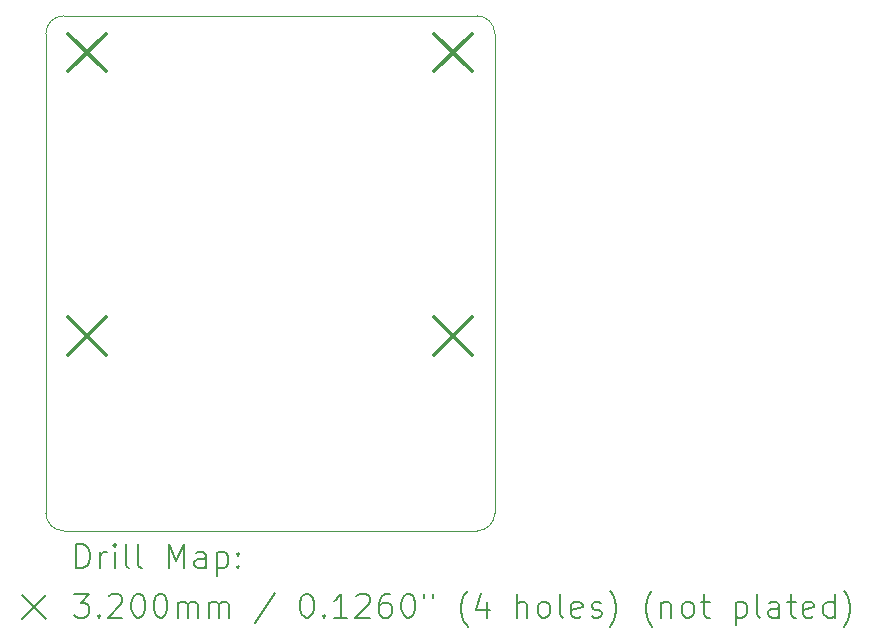
<source format=gbr>
%TF.GenerationSoftware,KiCad,Pcbnew,8.0.8*%
%TF.CreationDate,2025-04-18T09:33:23-04:00*%
%TF.ProjectId,high-power-module,68696768-2d70-46f7-9765-722d6d6f6475,rev?*%
%TF.SameCoordinates,Original*%
%TF.FileFunction,Drillmap*%
%TF.FilePolarity,Positive*%
%FSLAX45Y45*%
G04 Gerber Fmt 4.5, Leading zero omitted, Abs format (unit mm)*
G04 Created by KiCad (PCBNEW 8.0.8) date 2025-04-18 09:33:23*
%MOMM*%
%LPD*%
G01*
G04 APERTURE LIST*
%ADD10C,0.050000*%
%ADD11C,0.200000*%
%ADD12C,0.320000*%
G04 APERTURE END LIST*
D10*
X16150000Y-7040000D02*
G75*
G02*
X16300000Y-7190000I0J-150000D01*
G01*
X12650000Y-7040000D02*
X16150000Y-7040000D01*
X16300000Y-7190000D02*
X16300000Y-11250000D01*
X16300000Y-11250000D02*
G75*
G02*
X16150000Y-11400000I-150000J0D01*
G01*
X12500000Y-7190000D02*
G75*
G02*
X12650000Y-7040000I150000J0D01*
G01*
X16150000Y-11400000D02*
X12650000Y-11400000D01*
X12650000Y-11400000D02*
G75*
G02*
X12500000Y-11250000I0J150000D01*
G01*
X12500000Y-11250000D02*
X12500000Y-7190000D01*
D11*
D12*
X12690000Y-7190000D02*
X13010000Y-7510000D01*
X13010000Y-7190000D02*
X12690000Y-7510000D01*
X12690000Y-9590000D02*
X13010000Y-9910000D01*
X13010000Y-9590000D02*
X12690000Y-9910000D01*
X15790000Y-7190000D02*
X16110000Y-7510000D01*
X16110000Y-7190000D02*
X15790000Y-7510000D01*
X15790000Y-9590000D02*
X16110000Y-9910000D01*
X16110000Y-9590000D02*
X15790000Y-9910000D01*
D11*
X12758277Y-11713984D02*
X12758277Y-11513984D01*
X12758277Y-11513984D02*
X12805896Y-11513984D01*
X12805896Y-11513984D02*
X12834467Y-11523508D01*
X12834467Y-11523508D02*
X12853515Y-11542555D01*
X12853515Y-11542555D02*
X12863039Y-11561603D01*
X12863039Y-11561603D02*
X12872562Y-11599698D01*
X12872562Y-11599698D02*
X12872562Y-11628270D01*
X12872562Y-11628270D02*
X12863039Y-11666365D01*
X12863039Y-11666365D02*
X12853515Y-11685412D01*
X12853515Y-11685412D02*
X12834467Y-11704460D01*
X12834467Y-11704460D02*
X12805896Y-11713984D01*
X12805896Y-11713984D02*
X12758277Y-11713984D01*
X12958277Y-11713984D02*
X12958277Y-11580650D01*
X12958277Y-11618746D02*
X12967800Y-11599698D01*
X12967800Y-11599698D02*
X12977324Y-11590174D01*
X12977324Y-11590174D02*
X12996372Y-11580650D01*
X12996372Y-11580650D02*
X13015420Y-11580650D01*
X13082086Y-11713984D02*
X13082086Y-11580650D01*
X13082086Y-11513984D02*
X13072562Y-11523508D01*
X13072562Y-11523508D02*
X13082086Y-11533031D01*
X13082086Y-11533031D02*
X13091610Y-11523508D01*
X13091610Y-11523508D02*
X13082086Y-11513984D01*
X13082086Y-11513984D02*
X13082086Y-11533031D01*
X13205896Y-11713984D02*
X13186848Y-11704460D01*
X13186848Y-11704460D02*
X13177324Y-11685412D01*
X13177324Y-11685412D02*
X13177324Y-11513984D01*
X13310658Y-11713984D02*
X13291610Y-11704460D01*
X13291610Y-11704460D02*
X13282086Y-11685412D01*
X13282086Y-11685412D02*
X13282086Y-11513984D01*
X13539229Y-11713984D02*
X13539229Y-11513984D01*
X13539229Y-11513984D02*
X13605896Y-11656841D01*
X13605896Y-11656841D02*
X13672562Y-11513984D01*
X13672562Y-11513984D02*
X13672562Y-11713984D01*
X13853515Y-11713984D02*
X13853515Y-11609222D01*
X13853515Y-11609222D02*
X13843991Y-11590174D01*
X13843991Y-11590174D02*
X13824943Y-11580650D01*
X13824943Y-11580650D02*
X13786848Y-11580650D01*
X13786848Y-11580650D02*
X13767800Y-11590174D01*
X13853515Y-11704460D02*
X13834467Y-11713984D01*
X13834467Y-11713984D02*
X13786848Y-11713984D01*
X13786848Y-11713984D02*
X13767800Y-11704460D01*
X13767800Y-11704460D02*
X13758277Y-11685412D01*
X13758277Y-11685412D02*
X13758277Y-11666365D01*
X13758277Y-11666365D02*
X13767800Y-11647317D01*
X13767800Y-11647317D02*
X13786848Y-11637793D01*
X13786848Y-11637793D02*
X13834467Y-11637793D01*
X13834467Y-11637793D02*
X13853515Y-11628270D01*
X13948753Y-11580650D02*
X13948753Y-11780650D01*
X13948753Y-11590174D02*
X13967800Y-11580650D01*
X13967800Y-11580650D02*
X14005896Y-11580650D01*
X14005896Y-11580650D02*
X14024943Y-11590174D01*
X14024943Y-11590174D02*
X14034467Y-11599698D01*
X14034467Y-11599698D02*
X14043991Y-11618746D01*
X14043991Y-11618746D02*
X14043991Y-11675889D01*
X14043991Y-11675889D02*
X14034467Y-11694936D01*
X14034467Y-11694936D02*
X14024943Y-11704460D01*
X14024943Y-11704460D02*
X14005896Y-11713984D01*
X14005896Y-11713984D02*
X13967800Y-11713984D01*
X13967800Y-11713984D02*
X13948753Y-11704460D01*
X14129705Y-11694936D02*
X14139229Y-11704460D01*
X14139229Y-11704460D02*
X14129705Y-11713984D01*
X14129705Y-11713984D02*
X14120181Y-11704460D01*
X14120181Y-11704460D02*
X14129705Y-11694936D01*
X14129705Y-11694936D02*
X14129705Y-11713984D01*
X14129705Y-11590174D02*
X14139229Y-11599698D01*
X14139229Y-11599698D02*
X14129705Y-11609222D01*
X14129705Y-11609222D02*
X14120181Y-11599698D01*
X14120181Y-11599698D02*
X14129705Y-11590174D01*
X14129705Y-11590174D02*
X14129705Y-11609222D01*
X12297500Y-11942500D02*
X12497500Y-12142500D01*
X12497500Y-11942500D02*
X12297500Y-12142500D01*
X12739229Y-11933984D02*
X12863039Y-11933984D01*
X12863039Y-11933984D02*
X12796372Y-12010174D01*
X12796372Y-12010174D02*
X12824943Y-12010174D01*
X12824943Y-12010174D02*
X12843991Y-12019698D01*
X12843991Y-12019698D02*
X12853515Y-12029222D01*
X12853515Y-12029222D02*
X12863039Y-12048270D01*
X12863039Y-12048270D02*
X12863039Y-12095889D01*
X12863039Y-12095889D02*
X12853515Y-12114936D01*
X12853515Y-12114936D02*
X12843991Y-12124460D01*
X12843991Y-12124460D02*
X12824943Y-12133984D01*
X12824943Y-12133984D02*
X12767800Y-12133984D01*
X12767800Y-12133984D02*
X12748753Y-12124460D01*
X12748753Y-12124460D02*
X12739229Y-12114936D01*
X12948753Y-12114936D02*
X12958277Y-12124460D01*
X12958277Y-12124460D02*
X12948753Y-12133984D01*
X12948753Y-12133984D02*
X12939229Y-12124460D01*
X12939229Y-12124460D02*
X12948753Y-12114936D01*
X12948753Y-12114936D02*
X12948753Y-12133984D01*
X13034467Y-11953031D02*
X13043991Y-11943508D01*
X13043991Y-11943508D02*
X13063039Y-11933984D01*
X13063039Y-11933984D02*
X13110658Y-11933984D01*
X13110658Y-11933984D02*
X13129705Y-11943508D01*
X13129705Y-11943508D02*
X13139229Y-11953031D01*
X13139229Y-11953031D02*
X13148753Y-11972079D01*
X13148753Y-11972079D02*
X13148753Y-11991127D01*
X13148753Y-11991127D02*
X13139229Y-12019698D01*
X13139229Y-12019698D02*
X13024943Y-12133984D01*
X13024943Y-12133984D02*
X13148753Y-12133984D01*
X13272562Y-11933984D02*
X13291610Y-11933984D01*
X13291610Y-11933984D02*
X13310658Y-11943508D01*
X13310658Y-11943508D02*
X13320181Y-11953031D01*
X13320181Y-11953031D02*
X13329705Y-11972079D01*
X13329705Y-11972079D02*
X13339229Y-12010174D01*
X13339229Y-12010174D02*
X13339229Y-12057793D01*
X13339229Y-12057793D02*
X13329705Y-12095889D01*
X13329705Y-12095889D02*
X13320181Y-12114936D01*
X13320181Y-12114936D02*
X13310658Y-12124460D01*
X13310658Y-12124460D02*
X13291610Y-12133984D01*
X13291610Y-12133984D02*
X13272562Y-12133984D01*
X13272562Y-12133984D02*
X13253515Y-12124460D01*
X13253515Y-12124460D02*
X13243991Y-12114936D01*
X13243991Y-12114936D02*
X13234467Y-12095889D01*
X13234467Y-12095889D02*
X13224943Y-12057793D01*
X13224943Y-12057793D02*
X13224943Y-12010174D01*
X13224943Y-12010174D02*
X13234467Y-11972079D01*
X13234467Y-11972079D02*
X13243991Y-11953031D01*
X13243991Y-11953031D02*
X13253515Y-11943508D01*
X13253515Y-11943508D02*
X13272562Y-11933984D01*
X13463039Y-11933984D02*
X13482086Y-11933984D01*
X13482086Y-11933984D02*
X13501134Y-11943508D01*
X13501134Y-11943508D02*
X13510658Y-11953031D01*
X13510658Y-11953031D02*
X13520181Y-11972079D01*
X13520181Y-11972079D02*
X13529705Y-12010174D01*
X13529705Y-12010174D02*
X13529705Y-12057793D01*
X13529705Y-12057793D02*
X13520181Y-12095889D01*
X13520181Y-12095889D02*
X13510658Y-12114936D01*
X13510658Y-12114936D02*
X13501134Y-12124460D01*
X13501134Y-12124460D02*
X13482086Y-12133984D01*
X13482086Y-12133984D02*
X13463039Y-12133984D01*
X13463039Y-12133984D02*
X13443991Y-12124460D01*
X13443991Y-12124460D02*
X13434467Y-12114936D01*
X13434467Y-12114936D02*
X13424943Y-12095889D01*
X13424943Y-12095889D02*
X13415420Y-12057793D01*
X13415420Y-12057793D02*
X13415420Y-12010174D01*
X13415420Y-12010174D02*
X13424943Y-11972079D01*
X13424943Y-11972079D02*
X13434467Y-11953031D01*
X13434467Y-11953031D02*
X13443991Y-11943508D01*
X13443991Y-11943508D02*
X13463039Y-11933984D01*
X13615420Y-12133984D02*
X13615420Y-12000650D01*
X13615420Y-12019698D02*
X13624943Y-12010174D01*
X13624943Y-12010174D02*
X13643991Y-12000650D01*
X13643991Y-12000650D02*
X13672562Y-12000650D01*
X13672562Y-12000650D02*
X13691610Y-12010174D01*
X13691610Y-12010174D02*
X13701134Y-12029222D01*
X13701134Y-12029222D02*
X13701134Y-12133984D01*
X13701134Y-12029222D02*
X13710658Y-12010174D01*
X13710658Y-12010174D02*
X13729705Y-12000650D01*
X13729705Y-12000650D02*
X13758277Y-12000650D01*
X13758277Y-12000650D02*
X13777324Y-12010174D01*
X13777324Y-12010174D02*
X13786848Y-12029222D01*
X13786848Y-12029222D02*
X13786848Y-12133984D01*
X13882086Y-12133984D02*
X13882086Y-12000650D01*
X13882086Y-12019698D02*
X13891610Y-12010174D01*
X13891610Y-12010174D02*
X13910658Y-12000650D01*
X13910658Y-12000650D02*
X13939229Y-12000650D01*
X13939229Y-12000650D02*
X13958277Y-12010174D01*
X13958277Y-12010174D02*
X13967801Y-12029222D01*
X13967801Y-12029222D02*
X13967801Y-12133984D01*
X13967801Y-12029222D02*
X13977324Y-12010174D01*
X13977324Y-12010174D02*
X13996372Y-12000650D01*
X13996372Y-12000650D02*
X14024943Y-12000650D01*
X14024943Y-12000650D02*
X14043991Y-12010174D01*
X14043991Y-12010174D02*
X14053515Y-12029222D01*
X14053515Y-12029222D02*
X14053515Y-12133984D01*
X14443991Y-11924460D02*
X14272563Y-12181603D01*
X14701134Y-11933984D02*
X14720182Y-11933984D01*
X14720182Y-11933984D02*
X14739229Y-11943508D01*
X14739229Y-11943508D02*
X14748753Y-11953031D01*
X14748753Y-11953031D02*
X14758277Y-11972079D01*
X14758277Y-11972079D02*
X14767801Y-12010174D01*
X14767801Y-12010174D02*
X14767801Y-12057793D01*
X14767801Y-12057793D02*
X14758277Y-12095889D01*
X14758277Y-12095889D02*
X14748753Y-12114936D01*
X14748753Y-12114936D02*
X14739229Y-12124460D01*
X14739229Y-12124460D02*
X14720182Y-12133984D01*
X14720182Y-12133984D02*
X14701134Y-12133984D01*
X14701134Y-12133984D02*
X14682086Y-12124460D01*
X14682086Y-12124460D02*
X14672563Y-12114936D01*
X14672563Y-12114936D02*
X14663039Y-12095889D01*
X14663039Y-12095889D02*
X14653515Y-12057793D01*
X14653515Y-12057793D02*
X14653515Y-12010174D01*
X14653515Y-12010174D02*
X14663039Y-11972079D01*
X14663039Y-11972079D02*
X14672563Y-11953031D01*
X14672563Y-11953031D02*
X14682086Y-11943508D01*
X14682086Y-11943508D02*
X14701134Y-11933984D01*
X14853515Y-12114936D02*
X14863039Y-12124460D01*
X14863039Y-12124460D02*
X14853515Y-12133984D01*
X14853515Y-12133984D02*
X14843991Y-12124460D01*
X14843991Y-12124460D02*
X14853515Y-12114936D01*
X14853515Y-12114936D02*
X14853515Y-12133984D01*
X15053515Y-12133984D02*
X14939229Y-12133984D01*
X14996372Y-12133984D02*
X14996372Y-11933984D01*
X14996372Y-11933984D02*
X14977324Y-11962555D01*
X14977324Y-11962555D02*
X14958277Y-11981603D01*
X14958277Y-11981603D02*
X14939229Y-11991127D01*
X15129705Y-11953031D02*
X15139229Y-11943508D01*
X15139229Y-11943508D02*
X15158277Y-11933984D01*
X15158277Y-11933984D02*
X15205896Y-11933984D01*
X15205896Y-11933984D02*
X15224944Y-11943508D01*
X15224944Y-11943508D02*
X15234467Y-11953031D01*
X15234467Y-11953031D02*
X15243991Y-11972079D01*
X15243991Y-11972079D02*
X15243991Y-11991127D01*
X15243991Y-11991127D02*
X15234467Y-12019698D01*
X15234467Y-12019698D02*
X15120182Y-12133984D01*
X15120182Y-12133984D02*
X15243991Y-12133984D01*
X15415420Y-11933984D02*
X15377324Y-11933984D01*
X15377324Y-11933984D02*
X15358277Y-11943508D01*
X15358277Y-11943508D02*
X15348753Y-11953031D01*
X15348753Y-11953031D02*
X15329705Y-11981603D01*
X15329705Y-11981603D02*
X15320182Y-12019698D01*
X15320182Y-12019698D02*
X15320182Y-12095889D01*
X15320182Y-12095889D02*
X15329705Y-12114936D01*
X15329705Y-12114936D02*
X15339229Y-12124460D01*
X15339229Y-12124460D02*
X15358277Y-12133984D01*
X15358277Y-12133984D02*
X15396372Y-12133984D01*
X15396372Y-12133984D02*
X15415420Y-12124460D01*
X15415420Y-12124460D02*
X15424944Y-12114936D01*
X15424944Y-12114936D02*
X15434467Y-12095889D01*
X15434467Y-12095889D02*
X15434467Y-12048270D01*
X15434467Y-12048270D02*
X15424944Y-12029222D01*
X15424944Y-12029222D02*
X15415420Y-12019698D01*
X15415420Y-12019698D02*
X15396372Y-12010174D01*
X15396372Y-12010174D02*
X15358277Y-12010174D01*
X15358277Y-12010174D02*
X15339229Y-12019698D01*
X15339229Y-12019698D02*
X15329705Y-12029222D01*
X15329705Y-12029222D02*
X15320182Y-12048270D01*
X15558277Y-11933984D02*
X15577325Y-11933984D01*
X15577325Y-11933984D02*
X15596372Y-11943508D01*
X15596372Y-11943508D02*
X15605896Y-11953031D01*
X15605896Y-11953031D02*
X15615420Y-11972079D01*
X15615420Y-11972079D02*
X15624944Y-12010174D01*
X15624944Y-12010174D02*
X15624944Y-12057793D01*
X15624944Y-12057793D02*
X15615420Y-12095889D01*
X15615420Y-12095889D02*
X15605896Y-12114936D01*
X15605896Y-12114936D02*
X15596372Y-12124460D01*
X15596372Y-12124460D02*
X15577325Y-12133984D01*
X15577325Y-12133984D02*
X15558277Y-12133984D01*
X15558277Y-12133984D02*
X15539229Y-12124460D01*
X15539229Y-12124460D02*
X15529705Y-12114936D01*
X15529705Y-12114936D02*
X15520182Y-12095889D01*
X15520182Y-12095889D02*
X15510658Y-12057793D01*
X15510658Y-12057793D02*
X15510658Y-12010174D01*
X15510658Y-12010174D02*
X15520182Y-11972079D01*
X15520182Y-11972079D02*
X15529705Y-11953031D01*
X15529705Y-11953031D02*
X15539229Y-11943508D01*
X15539229Y-11943508D02*
X15558277Y-11933984D01*
X15701134Y-11933984D02*
X15701134Y-11972079D01*
X15777325Y-11933984D02*
X15777325Y-11972079D01*
X16072563Y-12210174D02*
X16063039Y-12200650D01*
X16063039Y-12200650D02*
X16043991Y-12172079D01*
X16043991Y-12172079D02*
X16034467Y-12153031D01*
X16034467Y-12153031D02*
X16024944Y-12124460D01*
X16024944Y-12124460D02*
X16015420Y-12076841D01*
X16015420Y-12076841D02*
X16015420Y-12038746D01*
X16015420Y-12038746D02*
X16024944Y-11991127D01*
X16024944Y-11991127D02*
X16034467Y-11962555D01*
X16034467Y-11962555D02*
X16043991Y-11943508D01*
X16043991Y-11943508D02*
X16063039Y-11914936D01*
X16063039Y-11914936D02*
X16072563Y-11905412D01*
X16234467Y-12000650D02*
X16234467Y-12133984D01*
X16186848Y-11924460D02*
X16139229Y-12067317D01*
X16139229Y-12067317D02*
X16263039Y-12067317D01*
X16491610Y-12133984D02*
X16491610Y-11933984D01*
X16577325Y-12133984D02*
X16577325Y-12029222D01*
X16577325Y-12029222D02*
X16567801Y-12010174D01*
X16567801Y-12010174D02*
X16548753Y-12000650D01*
X16548753Y-12000650D02*
X16520182Y-12000650D01*
X16520182Y-12000650D02*
X16501134Y-12010174D01*
X16501134Y-12010174D02*
X16491610Y-12019698D01*
X16701134Y-12133984D02*
X16682087Y-12124460D01*
X16682087Y-12124460D02*
X16672563Y-12114936D01*
X16672563Y-12114936D02*
X16663039Y-12095889D01*
X16663039Y-12095889D02*
X16663039Y-12038746D01*
X16663039Y-12038746D02*
X16672563Y-12019698D01*
X16672563Y-12019698D02*
X16682087Y-12010174D01*
X16682087Y-12010174D02*
X16701134Y-12000650D01*
X16701134Y-12000650D02*
X16729706Y-12000650D01*
X16729706Y-12000650D02*
X16748753Y-12010174D01*
X16748753Y-12010174D02*
X16758277Y-12019698D01*
X16758277Y-12019698D02*
X16767801Y-12038746D01*
X16767801Y-12038746D02*
X16767801Y-12095889D01*
X16767801Y-12095889D02*
X16758277Y-12114936D01*
X16758277Y-12114936D02*
X16748753Y-12124460D01*
X16748753Y-12124460D02*
X16729706Y-12133984D01*
X16729706Y-12133984D02*
X16701134Y-12133984D01*
X16882087Y-12133984D02*
X16863039Y-12124460D01*
X16863039Y-12124460D02*
X16853515Y-12105412D01*
X16853515Y-12105412D02*
X16853515Y-11933984D01*
X17034468Y-12124460D02*
X17015420Y-12133984D01*
X17015420Y-12133984D02*
X16977325Y-12133984D01*
X16977325Y-12133984D02*
X16958277Y-12124460D01*
X16958277Y-12124460D02*
X16948753Y-12105412D01*
X16948753Y-12105412D02*
X16948753Y-12029222D01*
X16948753Y-12029222D02*
X16958277Y-12010174D01*
X16958277Y-12010174D02*
X16977325Y-12000650D01*
X16977325Y-12000650D02*
X17015420Y-12000650D01*
X17015420Y-12000650D02*
X17034468Y-12010174D01*
X17034468Y-12010174D02*
X17043991Y-12029222D01*
X17043991Y-12029222D02*
X17043991Y-12048270D01*
X17043991Y-12048270D02*
X16948753Y-12067317D01*
X17120182Y-12124460D02*
X17139230Y-12133984D01*
X17139230Y-12133984D02*
X17177325Y-12133984D01*
X17177325Y-12133984D02*
X17196372Y-12124460D01*
X17196372Y-12124460D02*
X17205896Y-12105412D01*
X17205896Y-12105412D02*
X17205896Y-12095889D01*
X17205896Y-12095889D02*
X17196372Y-12076841D01*
X17196372Y-12076841D02*
X17177325Y-12067317D01*
X17177325Y-12067317D02*
X17148753Y-12067317D01*
X17148753Y-12067317D02*
X17129706Y-12057793D01*
X17129706Y-12057793D02*
X17120182Y-12038746D01*
X17120182Y-12038746D02*
X17120182Y-12029222D01*
X17120182Y-12029222D02*
X17129706Y-12010174D01*
X17129706Y-12010174D02*
X17148753Y-12000650D01*
X17148753Y-12000650D02*
X17177325Y-12000650D01*
X17177325Y-12000650D02*
X17196372Y-12010174D01*
X17272563Y-12210174D02*
X17282087Y-12200650D01*
X17282087Y-12200650D02*
X17301134Y-12172079D01*
X17301134Y-12172079D02*
X17310658Y-12153031D01*
X17310658Y-12153031D02*
X17320182Y-12124460D01*
X17320182Y-12124460D02*
X17329706Y-12076841D01*
X17329706Y-12076841D02*
X17329706Y-12038746D01*
X17329706Y-12038746D02*
X17320182Y-11991127D01*
X17320182Y-11991127D02*
X17310658Y-11962555D01*
X17310658Y-11962555D02*
X17301134Y-11943508D01*
X17301134Y-11943508D02*
X17282087Y-11914936D01*
X17282087Y-11914936D02*
X17272563Y-11905412D01*
X17634468Y-12210174D02*
X17624944Y-12200650D01*
X17624944Y-12200650D02*
X17605896Y-12172079D01*
X17605896Y-12172079D02*
X17596372Y-12153031D01*
X17596372Y-12153031D02*
X17586849Y-12124460D01*
X17586849Y-12124460D02*
X17577325Y-12076841D01*
X17577325Y-12076841D02*
X17577325Y-12038746D01*
X17577325Y-12038746D02*
X17586849Y-11991127D01*
X17586849Y-11991127D02*
X17596372Y-11962555D01*
X17596372Y-11962555D02*
X17605896Y-11943508D01*
X17605896Y-11943508D02*
X17624944Y-11914936D01*
X17624944Y-11914936D02*
X17634468Y-11905412D01*
X17710658Y-12000650D02*
X17710658Y-12133984D01*
X17710658Y-12019698D02*
X17720182Y-12010174D01*
X17720182Y-12010174D02*
X17739230Y-12000650D01*
X17739230Y-12000650D02*
X17767801Y-12000650D01*
X17767801Y-12000650D02*
X17786849Y-12010174D01*
X17786849Y-12010174D02*
X17796372Y-12029222D01*
X17796372Y-12029222D02*
X17796372Y-12133984D01*
X17920182Y-12133984D02*
X17901134Y-12124460D01*
X17901134Y-12124460D02*
X17891611Y-12114936D01*
X17891611Y-12114936D02*
X17882087Y-12095889D01*
X17882087Y-12095889D02*
X17882087Y-12038746D01*
X17882087Y-12038746D02*
X17891611Y-12019698D01*
X17891611Y-12019698D02*
X17901134Y-12010174D01*
X17901134Y-12010174D02*
X17920182Y-12000650D01*
X17920182Y-12000650D02*
X17948753Y-12000650D01*
X17948753Y-12000650D02*
X17967801Y-12010174D01*
X17967801Y-12010174D02*
X17977325Y-12019698D01*
X17977325Y-12019698D02*
X17986849Y-12038746D01*
X17986849Y-12038746D02*
X17986849Y-12095889D01*
X17986849Y-12095889D02*
X17977325Y-12114936D01*
X17977325Y-12114936D02*
X17967801Y-12124460D01*
X17967801Y-12124460D02*
X17948753Y-12133984D01*
X17948753Y-12133984D02*
X17920182Y-12133984D01*
X18043992Y-12000650D02*
X18120182Y-12000650D01*
X18072563Y-11933984D02*
X18072563Y-12105412D01*
X18072563Y-12105412D02*
X18082087Y-12124460D01*
X18082087Y-12124460D02*
X18101134Y-12133984D01*
X18101134Y-12133984D02*
X18120182Y-12133984D01*
X18339230Y-12000650D02*
X18339230Y-12200650D01*
X18339230Y-12010174D02*
X18358277Y-12000650D01*
X18358277Y-12000650D02*
X18396373Y-12000650D01*
X18396373Y-12000650D02*
X18415420Y-12010174D01*
X18415420Y-12010174D02*
X18424944Y-12019698D01*
X18424944Y-12019698D02*
X18434468Y-12038746D01*
X18434468Y-12038746D02*
X18434468Y-12095889D01*
X18434468Y-12095889D02*
X18424944Y-12114936D01*
X18424944Y-12114936D02*
X18415420Y-12124460D01*
X18415420Y-12124460D02*
X18396373Y-12133984D01*
X18396373Y-12133984D02*
X18358277Y-12133984D01*
X18358277Y-12133984D02*
X18339230Y-12124460D01*
X18548753Y-12133984D02*
X18529706Y-12124460D01*
X18529706Y-12124460D02*
X18520182Y-12105412D01*
X18520182Y-12105412D02*
X18520182Y-11933984D01*
X18710658Y-12133984D02*
X18710658Y-12029222D01*
X18710658Y-12029222D02*
X18701134Y-12010174D01*
X18701134Y-12010174D02*
X18682087Y-12000650D01*
X18682087Y-12000650D02*
X18643992Y-12000650D01*
X18643992Y-12000650D02*
X18624944Y-12010174D01*
X18710658Y-12124460D02*
X18691611Y-12133984D01*
X18691611Y-12133984D02*
X18643992Y-12133984D01*
X18643992Y-12133984D02*
X18624944Y-12124460D01*
X18624944Y-12124460D02*
X18615420Y-12105412D01*
X18615420Y-12105412D02*
X18615420Y-12086365D01*
X18615420Y-12086365D02*
X18624944Y-12067317D01*
X18624944Y-12067317D02*
X18643992Y-12057793D01*
X18643992Y-12057793D02*
X18691611Y-12057793D01*
X18691611Y-12057793D02*
X18710658Y-12048270D01*
X18777325Y-12000650D02*
X18853515Y-12000650D01*
X18805896Y-11933984D02*
X18805896Y-12105412D01*
X18805896Y-12105412D02*
X18815420Y-12124460D01*
X18815420Y-12124460D02*
X18834468Y-12133984D01*
X18834468Y-12133984D02*
X18853515Y-12133984D01*
X18996373Y-12124460D02*
X18977325Y-12133984D01*
X18977325Y-12133984D02*
X18939230Y-12133984D01*
X18939230Y-12133984D02*
X18920182Y-12124460D01*
X18920182Y-12124460D02*
X18910658Y-12105412D01*
X18910658Y-12105412D02*
X18910658Y-12029222D01*
X18910658Y-12029222D02*
X18920182Y-12010174D01*
X18920182Y-12010174D02*
X18939230Y-12000650D01*
X18939230Y-12000650D02*
X18977325Y-12000650D01*
X18977325Y-12000650D02*
X18996373Y-12010174D01*
X18996373Y-12010174D02*
X19005896Y-12029222D01*
X19005896Y-12029222D02*
X19005896Y-12048270D01*
X19005896Y-12048270D02*
X18910658Y-12067317D01*
X19177325Y-12133984D02*
X19177325Y-11933984D01*
X19177325Y-12124460D02*
X19158277Y-12133984D01*
X19158277Y-12133984D02*
X19120182Y-12133984D01*
X19120182Y-12133984D02*
X19101134Y-12124460D01*
X19101134Y-12124460D02*
X19091611Y-12114936D01*
X19091611Y-12114936D02*
X19082087Y-12095889D01*
X19082087Y-12095889D02*
X19082087Y-12038746D01*
X19082087Y-12038746D02*
X19091611Y-12019698D01*
X19091611Y-12019698D02*
X19101134Y-12010174D01*
X19101134Y-12010174D02*
X19120182Y-12000650D01*
X19120182Y-12000650D02*
X19158277Y-12000650D01*
X19158277Y-12000650D02*
X19177325Y-12010174D01*
X19253515Y-12210174D02*
X19263039Y-12200650D01*
X19263039Y-12200650D02*
X19282087Y-12172079D01*
X19282087Y-12172079D02*
X19291611Y-12153031D01*
X19291611Y-12153031D02*
X19301134Y-12124460D01*
X19301134Y-12124460D02*
X19310658Y-12076841D01*
X19310658Y-12076841D02*
X19310658Y-12038746D01*
X19310658Y-12038746D02*
X19301134Y-11991127D01*
X19301134Y-11991127D02*
X19291611Y-11962555D01*
X19291611Y-11962555D02*
X19282087Y-11943508D01*
X19282087Y-11943508D02*
X19263039Y-11914936D01*
X19263039Y-11914936D02*
X19253515Y-11905412D01*
M02*

</source>
